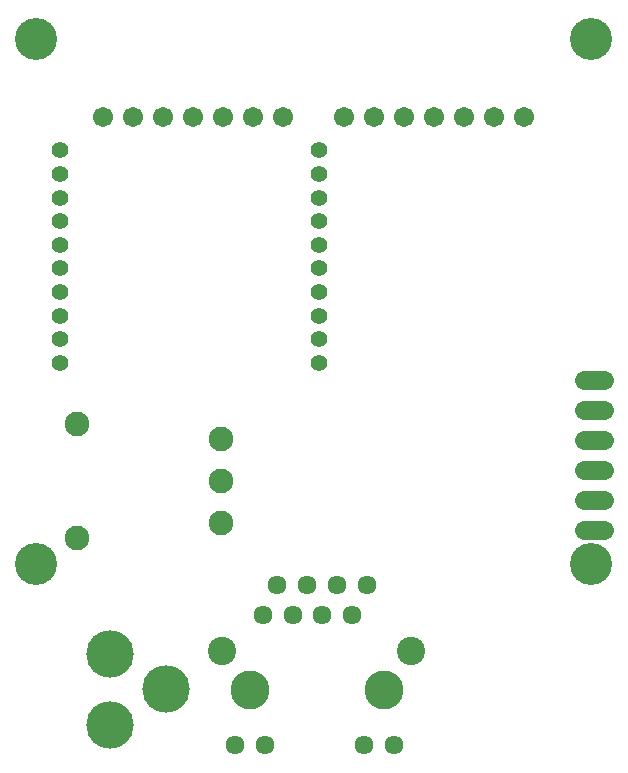
<source format=gbs>
G75*
G70*
%OFA0B0*%
%FSLAX24Y24*%
%IPPOS*%
%LPD*%
%AMOC8*
5,1,8,0,0,1.08239X$1,22.5*
%
%ADD10C,0.1299*%
%ADD11C,0.0634*%
%ADD12C,0.0945*%
%ADD13C,0.1580*%
%ADD14C,0.0673*%
%ADD15C,0.0640*%
%ADD16C,0.0825*%
%ADD17C,0.1400*%
%ADD18C,0.0555*%
D10*
X008469Y004669D03*
X012943Y004669D03*
D11*
X013273Y002849D03*
X012273Y002849D03*
X008990Y002849D03*
X007990Y002849D03*
X008912Y007185D03*
X009900Y007185D03*
X010384Y008169D03*
X011384Y008169D03*
X011868Y007185D03*
X012384Y008169D03*
X010880Y007185D03*
X009384Y008169D03*
D12*
X007551Y006000D03*
X013851Y006000D03*
D13*
X003815Y003533D03*
X003815Y005895D03*
X005666Y004714D03*
D14*
X005561Y023792D03*
X004561Y023792D03*
X003561Y023792D03*
X006561Y023792D03*
X007561Y023792D03*
X008561Y023792D03*
X009561Y023792D03*
X011621Y023792D03*
X012621Y023792D03*
X013621Y023792D03*
X014621Y023792D03*
X015621Y023792D03*
X016621Y023792D03*
X017621Y023792D03*
D15*
X019621Y015022D02*
X020261Y015022D01*
X020261Y014022D02*
X019621Y014022D01*
X019621Y013022D02*
X020261Y013022D01*
X020261Y012022D02*
X019621Y012022D01*
X019621Y011022D02*
X020261Y011022D01*
X020261Y010022D02*
X019621Y010022D01*
D16*
X007521Y010242D03*
X007521Y011642D03*
X007521Y013042D03*
X002721Y013542D03*
X002721Y009742D03*
D17*
X001341Y008872D03*
X001341Y026372D03*
X019841Y026372D03*
X019841Y008872D03*
D18*
X010792Y015588D03*
X010792Y016376D03*
X010792Y017163D03*
X010792Y017950D03*
X010792Y018738D03*
X010792Y019525D03*
X010792Y020313D03*
X010792Y021100D03*
X010792Y021887D03*
X010792Y022675D03*
X002131Y022675D03*
X002131Y021887D03*
X002131Y021100D03*
X002131Y020313D03*
X002131Y019525D03*
X002131Y018738D03*
X002131Y017950D03*
X002131Y017163D03*
X002131Y016376D03*
X002131Y015588D03*
M02*

</source>
